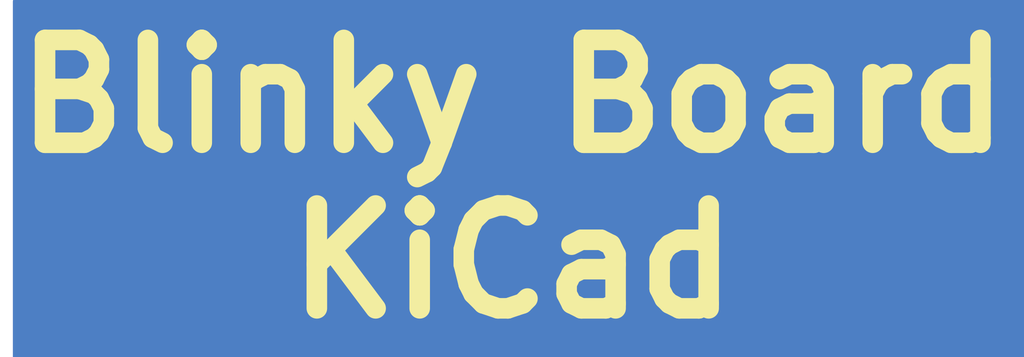
<source format=kicad_pcb>
(kicad_pcb (version 20171130) (host pcbnew "(5.0.1)-3")

  (general
    (thickness 1.6)
    (drawings 8)
    (tracks 36)
    (zones 0)
    (modules 7)
    (nets 11)
  )

  (page A4)
  (title_block
    (date 2019-09-11)
    (rev v1.0)
    (comment 3 http://docs.kicad-pcb.org/5.1.4/en/getting_started_in_kicad/getting_started_in_kicad.html)
    (comment 4 "KiCad Tutorial")
  )

  (layers
    (0 F.Cu signal hide)
    (31 B.Cu signal hide)
    (32 B.Adhes user hide)
    (33 F.Adhes user hide)
    (34 B.Paste user hide)
    (35 F.Paste user hide)
    (36 B.SilkS user hide)
    (37 F.SilkS user)
    (38 B.Mask user hide)
    (39 F.Mask user hide)
    (40 Dwgs.User user hide)
    (41 Cmts.User user hide)
    (42 Eco1.User user hide)
    (43 Eco2.User user hide)
    (44 Edge.Cuts user hide)
    (45 Margin user hide)
    (46 B.CrtYd user hide)
    (47 F.CrtYd user hide)
    (48 B.Fab user hide)
    (49 F.Fab user hide)
  )

  (setup
    (last_trace_width 0.25)
    (trace_clearance 0.25)
    (zone_clearance 0.508)
    (zone_45_only no)
    (trace_min 0.25)
    (segment_width 0.2)
    (edge_width 0.15)
    (via_size 0.8)
    (via_drill 0.4)
    (via_min_size 0.4)
    (via_min_drill 0.3)
    (uvia_size 0.3)
    (uvia_drill 0.1)
    (uvias_allowed no)
    (uvia_min_size 0.2)
    (uvia_min_drill 0.1)
    (pcb_text_width 0.3)
    (pcb_text_size 1.5 1.5)
    (mod_edge_width 0.15)
    (mod_text_size 1 1)
    (mod_text_width 0.15)
    (pad_size 7 7)
    (pad_drill 3.5)
    (pad_to_mask_clearance 0.051)
    (solder_mask_min_width 0.25)
    (aux_axis_origin 0 0)
    (visible_elements 7FFFFFFF)
    (pcbplotparams
      (layerselection 0x010f0_ffffffff)
      (usegerberextensions true)
      (usegerberattributes false)
      (usegerberadvancedattributes false)
      (creategerberjobfile false)
      (excludeedgelayer true)
      (linewidth 0.100000)
      (plotframeref false)
      (viasonmask false)
      (mode 1)
      (useauxorigin false)
      (hpglpennumber 1)
      (hpglpenspeed 20)
      (hpglpendiameter 15.000000)
      (psnegative false)
      (psa4output false)
      (plotreference true)
      (plotvalue false)
      (plotinvisibletext false)
      (padsonsilk false)
      (subtractmaskfromsilk false)
      (outputformat 1)
      (mirror false)
      (drillshape 0)
      (scaleselection 1)
      (outputdirectory "gerbers/"))
  )

  (net 0 "")
  (net 1 /uCtoLED)
  (net 2 /LEDtoR)
  (net 3 VCC)
  (net 4 GND)
  (net 5 "Net-(J1-Pad2)")
  (net 6 /INPUT)
  (net 7 "Net-(U1-Pad5)")
  (net 8 "Net-(U1-Pad2)")
  (net 9 "Net-(U1-Pad3)")
  (net 10 "Net-(U1-Pad4)")

  (net_class Default "This is the default net class."
    (clearance 0.25)
    (trace_width 0.25)
    (via_dia 0.8)
    (via_drill 0.4)
    (uvia_dia 0.3)
    (uvia_drill 0.1)
    (diff_pair_gap 0.25)
    (diff_pair_width 0.25)
    (add_net /INPUT)
    (add_net /LEDtoR)
    (add_net /uCtoLED)
    (add_net GND)
    (add_net "Net-(J1-Pad2)")
    (add_net "Net-(U1-Pad2)")
    (add_net "Net-(U1-Pad3)")
    (add_net "Net-(U1-Pad4)")
    (add_net "Net-(U1-Pad5)")
    (add_net VCC)
  )

  (module LED_THT:LED_D5.0mm (layer F.Cu) (tedit 5995936A) (tstamp 5D78C1B4)
    (at 147.32 81.28)
    (descr "LED, diameter 5.0mm, 2 pins, http://cdn-reichelt.de/documents/datenblatt/A500/LL-504BC2E-009.pdf")
    (tags "LED diameter 5.0mm 2 pins")
    (path /5D761962)
    (fp_text reference D1 (at 5.842 0) (layer F.SilkS)
      (effects (font (size 1 1) (thickness 0.15)))
    )
    (fp_text value LED (at 1.27 3.96) (layer F.Fab)
      (effects (font (size 1 1) (thickness 0.15)))
    )
    (fp_arc (start 1.27 0) (end -1.23 -1.469694) (angle 299.1) (layer F.Fab) (width 0.1))
    (fp_arc (start 1.27 0) (end -1.29 -1.54483) (angle 148.9) (layer F.SilkS) (width 0.12))
    (fp_arc (start 1.27 0) (end -1.29 1.54483) (angle -148.9) (layer F.SilkS) (width 0.12))
    (fp_circle (center 1.27 0) (end 3.77 0) (layer F.Fab) (width 0.1))
    (fp_circle (center 1.27 0) (end 3.77 0) (layer F.SilkS) (width 0.12))
    (fp_line (start -1.23 -1.469694) (end -1.23 1.469694) (layer F.Fab) (width 0.1))
    (fp_line (start -1.29 -1.545) (end -1.29 1.545) (layer F.SilkS) (width 0.12))
    (fp_line (start -1.95 -3.25) (end -1.95 3.25) (layer F.CrtYd) (width 0.05))
    (fp_line (start -1.95 3.25) (end 4.5 3.25) (layer F.CrtYd) (width 0.05))
    (fp_line (start 4.5 3.25) (end 4.5 -3.25) (layer F.CrtYd) (width 0.05))
    (fp_line (start 4.5 -3.25) (end -1.95 -3.25) (layer F.CrtYd) (width 0.05))
    (fp_text user %R (at 1.25 0) (layer F.Fab)
      (effects (font (size 0.8 0.8) (thickness 0.2)))
    )
    (pad 1 thru_hole rect (at 0 0) (size 1.8 1.8) (drill 0.9) (layers *.Cu *.Mask)
      (net 1 /uCtoLED))
    (pad 2 thru_hole circle (at 2.54 0) (size 1.8 1.8) (drill 0.9) (layers *.Cu *.Mask)
      (net 2 /LEDtoR))
    (model ${KISYS3DMOD}/LED_THT.3dshapes/LED_D5.0mm.wrl
      (at (xyz 0 0 0))
      (scale (xyz 1 1 1))
      (rotate (xyz 0 0 0))
    )
  )

  (module Connector:Banana_Jack_3Pin (layer F.Cu) (tedit 5A1AB217) (tstamp 5D78C903)
    (at 128.52 102.87)
    (descr "Triple banana socket, footprint - 3 x 6mm drills")
    (tags "banana socket")
    (path /5D761E83)
    (fp_text reference J1 (at -6.6 0.254) (layer F.SilkS)
      (effects (font (size 1 1) (thickness 0.15)))
    )
    (fp_text value MYCONN3 (at 0.258 6.604) (layer F.Fab)
      (effects (font (size 1 1) (thickness 0.15)))
    )
    (fp_text user %R (at 14.99 0) (layer F.Fab)
      (effects (font (size 0.8 0.8) (thickness 0.12)))
    )
    (fp_line (start 30 5.5) (end 0 5.5) (layer F.CrtYd) (width 0.05))
    (fp_line (start 0 -5.5) (end 30 -5.5) (layer F.CrtYd) (width 0.05))
    (fp_line (start 0 5.25) (end 30 5.25) (layer F.SilkS) (width 0.12))
    (fp_line (start 30 -5.25) (end 0 -5.25) (layer F.SilkS) (width 0.12))
    (fp_circle (center 30 0) (end 30 -2) (layer F.Fab) (width 0.1))
    (fp_circle (center 30 0) (end 30 -4.75) (layer F.Fab) (width 0.1))
    (fp_circle (center 15 0) (end 19.75 0) (layer F.Fab) (width 0.1))
    (fp_circle (center 15 0) (end 17 0) (layer F.Fab) (width 0.1))
    (fp_circle (center 0 0) (end 4.75 0) (layer F.Fab) (width 0.1))
    (fp_circle (center 0 0) (end 2 0) (layer F.Fab) (width 0.1))
    (fp_arc (start 0 0) (end 0 5.5) (angle 180) (layer F.CrtYd) (width 0.05))
    (fp_arc (start 30 0) (end 30 -5.5) (angle 180) (layer F.CrtYd) (width 0.05))
    (fp_arc (start 30 0) (end 30 -5.25) (angle 180) (layer F.SilkS) (width 0.12))
    (fp_arc (start 0 0) (end 0 5.25) (angle 180) (layer F.SilkS) (width 0.12))
    (pad 1 thru_hole circle (at 0 0) (size 10.16 10.16) (drill 6.1) (layers *.Cu *.Mask)
      (net 3 VCC))
    (pad 3 thru_hole circle (at 29.97 0) (size 10.16 10.16) (drill 6.1) (layers *.Cu *.Mask)
      (net 4 GND))
    (pad 2 thru_hole circle (at 14.99 0) (size 10.16 10.16) (drill 6.1) (layers *.Cu *.Mask)
      (net 5 "Net-(J1-Pad2)"))
    (model ${KISYS3DMOD}/Connector.3dshapes/Banana_Jack_3Pin.wrl
      (offset (xyz 14.9999997746626 0 0))
      (scale (xyz 2 2 2))
      (rotate (xyz 0 0 0))
    )
  )

  (module Resistor_THT:R_Axial_DIN0204_L3.6mm_D1.6mm_P7.62mm_Horizontal (layer F.Cu) (tedit 5AE5139B) (tstamp 5D78D2D5)
    (at 151.638 87.122 270)
    (descr "Resistor, Axial_DIN0204 series, Axial, Horizontal, pin pitch=7.62mm, 0.167W, length*diameter=3.6*1.6mm^2, http://cdn-reichelt.de/documents/datenblatt/B400/1_4W%23YAG.pdf")
    (tags "Resistor Axial_DIN0204 series Axial Horizontal pin pitch 7.62mm 0.167W length 3.6mm diameter 1.6mm")
    (path /5D762095)
    (fp_text reference R1 (at 9.398 -0.254 270) (layer F.SilkS)
      (effects (font (size 1 1) (thickness 0.15)))
    )
    (fp_text value "1 k" (at 3.81 0 270) (layer F.Fab)
      (effects (font (size 1 1) (thickness 0.15)))
    )
    (fp_line (start 2.01 -0.8) (end 2.01 0.8) (layer F.Fab) (width 0.1))
    (fp_line (start 2.01 0.8) (end 5.61 0.8) (layer F.Fab) (width 0.1))
    (fp_line (start 5.61 0.8) (end 5.61 -0.8) (layer F.Fab) (width 0.1))
    (fp_line (start 5.61 -0.8) (end 2.01 -0.8) (layer F.Fab) (width 0.1))
    (fp_line (start 0 0) (end 2.01 0) (layer F.Fab) (width 0.1))
    (fp_line (start 7.62 0) (end 5.61 0) (layer F.Fab) (width 0.1))
    (fp_line (start 1.89 -0.92) (end 1.89 0.92) (layer F.SilkS) (width 0.12))
    (fp_line (start 1.89 0.92) (end 5.73 0.92) (layer F.SilkS) (width 0.12))
    (fp_line (start 5.73 0.92) (end 5.73 -0.92) (layer F.SilkS) (width 0.12))
    (fp_line (start 5.73 -0.92) (end 1.89 -0.92) (layer F.SilkS) (width 0.12))
    (fp_line (start 0.94 0) (end 1.89 0) (layer F.SilkS) (width 0.12))
    (fp_line (start 6.68 0) (end 5.73 0) (layer F.SilkS) (width 0.12))
    (fp_line (start -0.95 -1.05) (end -0.95 1.05) (layer F.CrtYd) (width 0.05))
    (fp_line (start -0.95 1.05) (end 8.57 1.05) (layer F.CrtYd) (width 0.05))
    (fp_line (start 8.57 1.05) (end 8.57 -1.05) (layer F.CrtYd) (width 0.05))
    (fp_line (start 8.57 -1.05) (end -0.95 -1.05) (layer F.CrtYd) (width 0.05))
    (fp_text user %R (at 3.81 1.524 270) (layer F.Fab)
      (effects (font (size 0.72 0.72) (thickness 0.108)))
    )
    (pad 1 thru_hole circle (at 0 0 270) (size 1.4 1.4) (drill 0.7) (layers *.Cu *.Mask)
      (net 2 /LEDtoR))
    (pad 2 thru_hole oval (at 7.62 0 270) (size 1.4 1.4) (drill 0.7) (layers *.Cu *.Mask)
      (net 3 VCC))
    (model ${KISYS3DMOD}/Resistor_THT.3dshapes/R_Axial_DIN0204_L3.6mm_D1.6mm_P7.62mm_Horizontal.wrl
      (at (xyz 0 0 0))
      (scale (xyz 1 1 1))
      (rotate (xyz 0 0 0))
    )
  )

  (module Resistor_THT:R_Axial_DIN0204_L3.6mm_D1.6mm_P7.62mm_Horizontal (layer F.Cu) (tedit 5D78CECB) (tstamp 5D78D122)
    (at 148.082 94.742 90)
    (descr "Resistor, Axial_DIN0204 series, Axial, Horizontal, pin pitch=7.62mm, 0.167W, length*diameter=3.6*1.6mm^2, http://cdn-reichelt.de/documents/datenblatt/B400/1_4W%23YAG.pdf")
    (tags "Resistor Axial_DIN0204 series Axial Horizontal pin pitch 7.62mm 0.167W length 3.6mm diameter 1.6mm")
    (path /5D7624C6)
    (fp_text reference R2 (at -1.778 -1.27 90) (layer F.SilkS)
      (effects (font (size 1 1) (thickness 0.15)))
    )
    (fp_text value 100R (at 3.81 0 90) (layer F.Fab)
      (effects (font (size 1 1) (thickness 0.15)))
    )
    (fp_text user %R (at 3.556 -1.524 90) (layer F.Fab)
      (effects (font (size 0.72 0.72) (thickness 0.108)))
    )
    (fp_line (start 8.57 -1.05) (end -0.95 -1.05) (layer F.CrtYd) (width 0.05))
    (fp_line (start 8.57 1.05) (end 8.57 -1.05) (layer F.CrtYd) (width 0.05))
    (fp_line (start -0.95 1.05) (end 8.57 1.05) (layer F.CrtYd) (width 0.05))
    (fp_line (start -0.95 -1.05) (end -0.95 1.05) (layer F.CrtYd) (width 0.05))
    (fp_line (start 6.68 0) (end 5.73 0) (layer F.SilkS) (width 0.12))
    (fp_line (start 0.94 0) (end 1.89 0) (layer F.SilkS) (width 0.12))
    (fp_line (start 5.73 -0.92) (end 1.89 -0.92) (layer F.SilkS) (width 0.12))
    (fp_line (start 5.73 0.92) (end 5.73 -0.92) (layer F.SilkS) (width 0.12))
    (fp_line (start 1.89 0.92) (end 5.73 0.92) (layer F.SilkS) (width 0.12))
    (fp_line (start 1.89 -0.92) (end 1.89 0.92) (layer F.SilkS) (width 0.12))
    (fp_line (start 7.62 0) (end 5.61 0) (layer F.Fab) (width 0.1))
    (fp_line (start 0 0) (end 2.01 0) (layer F.Fab) (width 0.1))
    (fp_line (start 5.61 -0.8) (end 2.01 -0.8) (layer F.Fab) (width 0.1))
    (fp_line (start 5.61 0.8) (end 5.61 -0.8) (layer F.Fab) (width 0.1))
    (fp_line (start 2.01 0.8) (end 5.61 0.8) (layer F.Fab) (width 0.1))
    (fp_line (start 2.01 -0.8) (end 2.01 0.8) (layer F.Fab) (width 0.1))
    (pad 2 thru_hole oval (at 7.62 0 90) (size 1.4 1.4) (drill 0.7) (layers *.Cu *.Mask)
      (net 6 /INPUT))
    (pad 1 thru_hole circle (at 0 0 90) (size 1.4 1.4) (drill 0.7) (layers *.Cu *.Mask)
      (net 5 "Net-(J1-Pad2)"))
    (model ${KISYS3DMOD}/Resistor_THT.3dshapes/R_Axial_DIN0204_L3.6mm_D1.6mm_P7.62mm_Horizontal.wrl
      (at (xyz 0 0 0))
      (scale (xyz 1 1 1))
      (rotate (xyz 0 0 0))
    )
  )

  (module Package_DIP:DIP-8_W7.62mm (layer F.Cu) (tedit 5D78CEE4) (tstamp 5D78C9C4)
    (at 135.636 85.598)
    (descr "8-lead though-hole mounted DIP package, row spacing 7.62 mm (300 mils)")
    (tags "THT DIP DIL PDIP 2.54mm 7.62mm 300mil")
    (path /5D761873)
    (fp_text reference U1 (at 5.842 -2.33) (layer F.SilkS)
      (effects (font (size 1 1) (thickness 0.15)))
    )
    (fp_text value PIC12C508A-ISN (at -2.032 3.556 90) (layer F.Fab)
      (effects (font (size 1 1) (thickness 0.15)))
    )
    (fp_arc (start 3.81 -1.33) (end 2.81 -1.33) (angle -180) (layer F.SilkS) (width 0.12))
    (fp_line (start 1.635 -1.27) (end 6.985 -1.27) (layer F.Fab) (width 0.1))
    (fp_line (start 6.985 -1.27) (end 6.985 8.89) (layer F.Fab) (width 0.1))
    (fp_line (start 6.985 8.89) (end 0.635 8.89) (layer F.Fab) (width 0.1))
    (fp_line (start 0.635 8.89) (end 0.635 -0.27) (layer F.Fab) (width 0.1))
    (fp_line (start 0.635 -0.27) (end 1.635 -1.27) (layer F.Fab) (width 0.1))
    (fp_line (start 2.81 -1.33) (end 1.16 -1.33) (layer F.SilkS) (width 0.12))
    (fp_line (start 1.16 -1.33) (end 1.16 8.95) (layer F.SilkS) (width 0.12))
    (fp_line (start 1.16 8.95) (end 6.46 8.95) (layer F.SilkS) (width 0.12))
    (fp_line (start 6.46 8.95) (end 6.46 -1.33) (layer F.SilkS) (width 0.12))
    (fp_line (start 6.46 -1.33) (end 4.81 -1.33) (layer F.SilkS) (width 0.12))
    (fp_line (start -1.1 -1.55) (end -1.1 9.15) (layer F.CrtYd) (width 0.05))
    (fp_line (start -1.1 9.15) (end 8.7 9.15) (layer F.CrtYd) (width 0.05))
    (fp_line (start 8.7 9.15) (end 8.7 -1.55) (layer F.CrtYd) (width 0.05))
    (fp_line (start 8.7 -1.55) (end -1.1 -1.55) (layer F.CrtYd) (width 0.05))
    (fp_text user %R (at 5.08 3.81 90) (layer F.Fab)
      (effects (font (size 1 1) (thickness 0.15)))
    )
    (pad 1 thru_hole rect (at 0 0) (size 1.6 1.6) (drill 0.8) (layers *.Cu *.Mask)
      (net 3 VCC))
    (pad 5 thru_hole oval (at 7.62 7.62) (size 1.6 1.6) (drill 0.8) (layers *.Cu *.Mask)
      (net 7 "Net-(U1-Pad5)"))
    (pad 2 thru_hole oval (at 0 2.54) (size 1.6 1.6) (drill 0.8) (layers *.Cu *.Mask)
      (net 8 "Net-(U1-Pad2)"))
    (pad 6 thru_hole oval (at 7.62 5.08) (size 1.6 1.6) (drill 0.8) (layers *.Cu *.Mask)
      (net 6 /INPUT))
    (pad 3 thru_hole oval (at 0 5.08) (size 1.6 1.6) (drill 0.8) (layers *.Cu *.Mask)
      (net 9 "Net-(U1-Pad3)"))
    (pad 7 thru_hole oval (at 7.62 2.54) (size 1.6 1.6) (drill 0.8) (layers *.Cu *.Mask)
      (net 1 /uCtoLED))
    (pad 4 thru_hole oval (at 0 7.62) (size 1.6 1.6) (drill 0.8) (layers *.Cu *.Mask)
      (net 10 "Net-(U1-Pad4)"))
    (pad 8 thru_hole oval (at 7.62 0) (size 1.6 1.6) (drill 0.8) (layers *.Cu *.Mask)
      (net 4 GND))
    (model ${KISYS3DMOD}/Package_DIP.3dshapes/DIP-8_W7.62mm.wrl
      (at (xyz 0 0 0))
      (scale (xyz 1 1 1))
      (rotate (xyz 0 0 0))
    )
  )

  (module MountingHole:MountingHole_3.5mm_Pad (layer F.Cu) (tedit 5D78E2E2) (tstamp 5D8563CA)
    (at 125.984 91.186)
    (descr "Mounting Hole 3.5mm")
    (tags "mounting hole 3.5mm")
    (attr virtual)
    (fp_text reference "" (at 0 -4.5) (layer F.SilkS)
      (effects (font (size 1 1) (thickness 0.15)))
    )
    (fp_text value MountingHole_3.5mm_Pad (at 0 4.5) (layer F.Fab)
      (effects (font (size 1 1) (thickness 0.15)))
    )
    (fp_circle (center 0 0) (end 3.75 0) (layer F.CrtYd) (width 0.05))
    (fp_circle (center 0 0) (end 3.5 0) (layer Cmts.User) (width 0.15))
    (fp_text user %R (at 0.3 0) (layer F.Fab)
      (effects (font (size 1 1) (thickness 0.15)))
    )
    (pad 1 thru_hole circle (at 0 0) (size 7 7) (drill 3.5) (layers *.Cu *.Mask))
  )

  (module MountingHole:MountingHole_3.5mm_Pad (layer F.Cu) (tedit 5D78E2ED) (tstamp 5D8563F8)
    (at 161.036 90.932)
    (descr "Mounting Hole 3.5mm")
    (tags "mounting hole 3.5mm")
    (attr virtual)
    (fp_text reference "" (at 0 -4.5) (layer F.SilkS)
      (effects (font (size 1 1) (thickness 0.15)))
    )
    (fp_text value MountingHole_3.5mm_Pad (at 0 4.5) (layer F.Fab)
      (effects (font (size 1 1) (thickness 0.15)))
    )
    (fp_circle (center 0 0) (end 3.75 0) (layer F.CrtYd) (width 0.05))
    (fp_circle (center 0 0) (end 3.5 0) (layer Cmts.User) (width 0.15))
    (fp_text user %R (at 0.3 0) (layer F.Fab)
      (effects (font (size 1 1) (thickness 0.15)))
    )
    (pad 2 thru_hole circle (at 0 0) (size 7 7) (drill 3.5) (layers *.Cu *.Mask Dwgs.User))
  )

  (gr_text "Blinky Board\nKiCad" (at 128.524 80.772) (layer F.SilkS)
    (effects (font (size 1.5 1.5) (thickness 0.3)))
  )
  (gr_text "v1.0\n" (at 162.56 79.502) (layer B.Cu)
    (effects (font (size 1.5 1.5) (thickness 0.3)) (justify mirror))
  )
  (gr_line (start 166.37 110.49) (end 166.37 109.22) (layer Edge.Cuts) (width 0.15))
  (gr_line (start 120.65 110.49) (end 166.37 110.49) (layer Edge.Cuts) (width 0.15))
  (gr_line (start 120.65 109.22) (end 120.65 110.49) (layer Edge.Cuts) (width 0.15))
  (gr_line (start 120.65 77.47) (end 120.65 109.22) (layer Edge.Cuts) (width 0.15))
  (gr_line (start 166.37 77.47) (end 120.65 77.47) (layer Edge.Cuts) (width 0.15))
  (gr_line (start 166.37 109.22) (end 166.37 77.47) (layer Edge.Cuts) (width 0.15))

  (segment (start 144.055999 87.338001) (end 145.071999 87.338001) (width 0.25) (layer F.Cu) (net 1))
  (segment (start 143.256 88.138) (end 144.055999 87.338001) (width 0.25) (layer F.Cu) (net 1))
  (segment (start 147.32 85.09) (end 147.32 81.28) (width 0.25) (layer F.Cu) (net 1))
  (segment (start 145.071999 87.338001) (end 147.32 85.09) (width 0.25) (layer F.Cu) (net 1))
  (segment (start 151.638 83.058) (end 151.638 87.122) (width 0.25) (layer F.Cu) (net 2))
  (segment (start 149.86 81.28) (end 151.638 83.058) (width 0.25) (layer F.Cu) (net 2))
  (segment (start 134.586 85.598) (end 135.636 85.598) (width 0.25) (layer F.Cu) (net 3))
  (segment (start 128.52 95.685796) (end 128.955796 95.25) (width 0.25) (layer F.Cu) (net 3))
  (segment (start 128.955796 95.25) (end 130.81 95.25) (width 0.25) (layer F.Cu) (net 3))
  (segment (start 133.35 86.834) (end 134.586 85.598) (width 0.25) (layer F.Cu) (net 3))
  (segment (start 128.52 102.87) (end 128.52 95.685796) (width 0.25) (layer F.Cu) (net 3))
  (segment (start 130.81 95.25) (end 133.35 92.71) (width 0.25) (layer F.Cu) (net 3))
  (segment (start 133.35 92.71) (end 133.35 86.834) (width 0.25) (layer F.Cu) (net 3))
  (segment (start 135.704204 102.87) (end 128.52 102.87) (width 0.25) (layer F.Cu) (net 3))
  (segment (start 151.638 94.742) (end 151.638 106.172) (width 0.25) (layer F.Cu) (net 3))
  (segment (start 149.04001 108.76999) (end 137.97999 108.76999) (width 0.25) (layer F.Cu) (net 3))
  (segment (start 135.89 103.055796) (end 135.704204 102.87) (width 0.25) (layer F.Cu) (net 3))
  (segment (start 137.97999 108.76999) (end 135.89 106.68) (width 0.25) (layer F.Cu) (net 3))
  (segment (start 151.638 106.172) (end 149.04001 108.76999) (width 0.25) (layer F.Cu) (net 3))
  (segment (start 135.89 106.68) (end 135.89 103.055796) (width 0.25) (layer F.Cu) (net 3))
  (segment (start 158.49 95.685796) (end 152.466204 89.662) (width 0.25) (layer B.Cu) (net 4))
  (segment (start 158.49 102.87) (end 158.49 95.685796) (width 0.25) (layer B.Cu) (net 4))
  (via (at 151.638 89.662) (size 0.8) (drill 0.4) (layers F.Cu B.Cu) (net 4))
  (segment (start 152.466204 89.662) (end 151.638 89.662) (width 0.25) (layer B.Cu) (net 4))
  (segment (start 151.638 89.662) (end 148.336 89.662) (width 0.25) (layer F.Cu) (net 4))
  (via (at 148.336 89.662) (size 0.8) (drill 0.4) (layers F.Cu B.Cu) (net 4))
  (segment (start 147.32 89.662) (end 145.796 88.138) (width 0.25) (layer B.Cu) (net 4))
  (segment (start 148.336 89.662) (end 147.32 89.662) (width 0.25) (layer B.Cu) (net 4))
  (segment (start 145.796 88.138) (end 145.796 86.614) (width 0.25) (layer B.Cu) (net 4))
  (segment (start 144.78 85.598) (end 143.256 85.598) (width 0.25) (layer B.Cu) (net 4))
  (segment (start 145.796 86.614) (end 144.78 85.598) (width 0.25) (layer B.Cu) (net 4))
  (segment (start 143.51 102.87) (end 143.51 99.06) (width 0.25) (layer F.Cu) (net 5))
  (segment (start 148.082 98.298) (end 148.082 94.742) (width 0.25) (layer F.Cu) (net 5))
  (segment (start 143.51 102.87) (end 148.082 98.298) (width 0.25) (layer F.Cu) (net 5))
  (segment (start 146.812 87.122) (end 148.082 87.122) (width 0.25) (layer F.Cu) (net 6))
  (segment (start 143.256 90.678) (end 146.812 87.122) (width 0.25) (layer F.Cu) (net 6))

  (zone (net 4) (net_name GND) (layer B.Cu) (tstamp 5D79D04A) (hatch edge 0.508)
    (connect_pads (clearance 0.508))
    (min_thickness 0.254)
    (fill yes (arc_segments 16) (thermal_gap 0.508) (thermal_bridge_width 0.508))
    (polygon
      (pts
        (xy 165.354 78.486) (xy 165.354 109.728) (xy 121.158 109.728) (xy 121.158 77.978) (xy 165.354 77.978)
      )
    )
    (filled_polygon
      (pts
        (xy 159.417857 81.532) (xy 165.227 81.532) (xy 165.227 109.601) (xy 121.36 109.601) (xy 121.36 101.733216)
        (xy 122.805 101.733216) (xy 122.805 104.006784) (xy 123.675057 106.107287) (xy 125.282713 107.714943) (xy 127.383216 108.585)
        (xy 129.656784 108.585) (xy 131.757287 107.714943) (xy 133.364943 106.107287) (xy 134.235 104.006784) (xy 134.235 101.733216)
        (xy 137.795 101.733216) (xy 137.795 104.006784) (xy 138.665057 106.107287) (xy 140.272713 107.714943) (xy 142.373216 108.585)
        (xy 144.646784 108.585) (xy 146.747287 107.714943) (xy 147.495402 106.966828) (xy 154.572777 106.966828) (xy 155.168556 107.657641)
        (xy 157.253537 108.564265) (xy 159.526758 108.603989) (xy 161.642142 107.770765) (xy 161.811444 107.657641) (xy 162.407223 106.966828)
        (xy 158.49 103.049605) (xy 154.572777 106.966828) (xy 147.495402 106.966828) (xy 148.354943 106.107287) (xy 149.225 104.006784)
        (xy 149.225 103.906758) (xy 152.756011 103.906758) (xy 153.589235 106.022142) (xy 153.702359 106.191444) (xy 154.393172 106.787223)
        (xy 158.310395 102.87) (xy 158.669605 102.87) (xy 162.586828 106.787223) (xy 163.277641 106.191444) (xy 164.184265 104.106463)
        (xy 164.223989 101.833242) (xy 163.390765 99.717858) (xy 163.277641 99.548556) (xy 162.586828 98.952777) (xy 158.669605 102.87)
        (xy 158.310395 102.87) (xy 154.393172 98.952777) (xy 153.702359 99.548556) (xy 152.795735 101.633537) (xy 152.756011 103.906758)
        (xy 149.225 103.906758) (xy 149.225 101.733216) (xy 148.354943 99.632713) (xy 147.495402 98.773172) (xy 154.572777 98.773172)
        (xy 158.49 102.690395) (xy 162.407223 98.773172) (xy 161.811444 98.082359) (xy 159.726463 97.175735) (xy 157.453242 97.136011)
        (xy 155.337858 97.969235) (xy 155.168556 98.082359) (xy 154.572777 98.773172) (xy 147.495402 98.773172) (xy 146.747287 98.025057)
        (xy 144.646784 97.155) (xy 142.373216 97.155) (xy 140.272713 98.025057) (xy 138.665057 99.632713) (xy 137.795 101.733216)
        (xy 134.235 101.733216) (xy 133.364943 99.632713) (xy 131.757287 98.025057) (xy 129.656784 97.155) (xy 127.383216 97.155)
        (xy 125.282713 98.025057) (xy 123.675057 99.632713) (xy 122.805 101.733216) (xy 121.36 101.733216) (xy 121.36 90.363497)
        (xy 121.849 90.363497) (xy 121.849 92.008503) (xy 122.478517 93.528289) (xy 123.641711 94.691483) (xy 125.161497 95.321)
        (xy 126.806503 95.321) (xy 128.326289 94.691483) (xy 129.489483 93.528289) (xy 130.119 92.008503) (xy 130.119 90.363497)
        (xy 129.489483 88.843711) (xy 128.783772 88.138) (xy 134.172887 88.138) (xy 134.28426 88.697909) (xy 134.601423 89.172577)
        (xy 134.953758 89.408) (xy 134.601423 89.643423) (xy 134.28426 90.118091) (xy 134.172887 90.678) (xy 134.28426 91.237909)
        (xy 134.601423 91.712577) (xy 134.953758 91.948) (xy 134.601423 92.183423) (xy 134.28426 92.658091) (xy 134.172887 93.218)
        (xy 134.28426 93.777909) (xy 134.601423 94.252577) (xy 135.076091 94.56974) (xy 135.494667 94.653) (xy 135.777333 94.653)
        (xy 136.195909 94.56974) (xy 136.670577 94.252577) (xy 136.98774 93.777909) (xy 137.099113 93.218) (xy 136.98774 92.658091)
        (xy 136.670577 92.183423) (xy 136.318242 91.948) (xy 136.670577 91.712577) (xy 136.98774 91.237909) (xy 137.099113 90.678)
        (xy 136.98774 90.118091) (xy 136.670577 89.643423) (xy 136.318242 89.408) (xy 136.670577 89.172577) (xy 136.98774 88.697909)
        (xy 137.099113 88.138) (xy 141.792887 88.138) (xy 141.90426 88.697909) (xy 142.221423 89.172577) (xy 142.573758 89.408)
        (xy 142.221423 89.643423) (xy 141.90426 90.118091) (xy 141.792887 90.678) (xy 141.90426 91.237909) (xy 142.221423 91.712577)
        (xy 142.573758 91.948) (xy 142.221423 92.183423) (xy 141.90426 92.658091) (xy 141.792887 93.218) (xy 141.90426 93.777909)
        (xy 142.221423 94.252577) (xy 142.696091 94.56974) (xy 143.114667 94.653) (xy 143.397333 94.653) (xy 143.815909 94.56974)
        (xy 143.955524 94.476452) (xy 146.747 94.476452) (xy 146.747 95.007548) (xy 146.950242 95.498217) (xy 147.325783 95.873758)
        (xy 147.816452 96.077) (xy 148.347548 96.077) (xy 148.838217 95.873758) (xy 149.213758 95.498217) (xy 149.417 95.007548)
        (xy 149.417 94.742) (xy 150.276846 94.742) (xy 150.380458 95.262891) (xy 150.675519 95.704481) (xy 151.117109 95.999542)
        (xy 151.506515 96.077) (xy 151.769485 96.077) (xy 152.158891 95.999542) (xy 152.600481 95.704481) (xy 152.895542 95.262891)
        (xy 152.999154 94.742) (xy 152.895542 94.221109) (xy 152.600481 93.779519) (xy 152.158891 93.484458) (xy 151.769485 93.407)
        (xy 151.506515 93.407) (xy 151.117109 93.484458) (xy 150.675519 93.779519) (xy 150.380458 94.221109) (xy 150.276846 94.742)
        (xy 149.417 94.742) (xy 149.417 94.476452) (xy 149.213758 93.985783) (xy 148.838217 93.610242) (xy 148.347548 93.407)
        (xy 147.816452 93.407) (xy 147.325783 93.610242) (xy 146.950242 93.985783) (xy 146.747 94.476452) (xy 143.955524 94.476452)
        (xy 144.290577 94.252577) (xy 144.60774 93.777909) (xy 144.719113 93.218) (xy 144.60774 92.658091) (xy 144.290577 92.183423)
        (xy 143.938242 91.948) (xy 144.290577 91.712577) (xy 144.60774 91.237909) (xy 144.719113 90.678) (xy 144.60774 90.118091)
        (xy 144.601998 90.109497) (xy 156.901 90.109497) (xy 156.901 91.754503) (xy 157.530517 93.274289) (xy 158.693711 94.437483)
        (xy 160.213497 95.067) (xy 161.858503 95.067) (xy 163.378289 94.437483) (xy 164.541483 93.274289) (xy 165.171 91.754503)
        (xy 165.171 90.109497) (xy 164.541483 88.589711) (xy 163.378289 87.426517) (xy 161.858503 86.797) (xy 160.213497 86.797)
        (xy 158.693711 87.426517) (xy 157.530517 88.589711) (xy 156.901 90.109497) (xy 144.601998 90.109497) (xy 144.290577 89.643423)
        (xy 143.938242 89.408) (xy 144.290577 89.172577) (xy 144.60774 88.697909) (xy 144.719113 88.138) (xy 144.60774 87.578091)
        (xy 144.30299 87.122) (xy 146.720846 87.122) (xy 146.824458 87.642891) (xy 147.119519 88.084481) (xy 147.561109 88.379542)
        (xy 147.950515 88.457) (xy 148.213485 88.457) (xy 148.602891 88.379542) (xy 149.044481 88.084481) (xy 149.339542 87.642891)
        (xy 149.443154 87.122) (xy 149.390334 86.856452) (xy 150.303 86.856452) (xy 150.303 87.387548) (xy 150.506242 87.878217)
        (xy 150.881783 88.253758) (xy 151.372452 88.457) (xy 151.903548 88.457) (xy 152.394217 88.253758) (xy 152.769758 87.878217)
        (xy 152.973 87.387548) (xy 152.973 86.856452) (xy 152.769758 86.365783) (xy 152.394217 85.990242) (xy 151.903548 85.787)
        (xy 151.372452 85.787) (xy 150.881783 85.990242) (xy 150.506242 86.365783) (xy 150.303 86.856452) (xy 149.390334 86.856452)
        (xy 149.339542 86.601109) (xy 149.044481 86.159519) (xy 148.602891 85.864458) (xy 148.213485 85.787) (xy 147.950515 85.787)
        (xy 147.561109 85.864458) (xy 147.119519 86.159519) (xy 146.824458 86.601109) (xy 146.720846 87.122) (xy 144.30299 87.122)
        (xy 144.290577 87.103423) (xy 143.906892 86.847053) (xy 144.111134 86.750389) (xy 144.487041 86.335423) (xy 144.647904 85.947039)
        (xy 144.525915 85.725) (xy 143.383 85.725) (xy 143.383 85.745) (xy 143.129 85.745) (xy 143.129 85.725)
        (xy 141.986085 85.725) (xy 141.864096 85.947039) (xy 142.024959 86.335423) (xy 142.400866 86.750389) (xy 142.605108 86.847053)
        (xy 142.221423 87.103423) (xy 141.90426 87.578091) (xy 141.792887 88.138) (xy 137.099113 88.138) (xy 136.98774 87.578091)
        (xy 136.670577 87.103423) (xy 136.549894 87.022785) (xy 136.683765 86.996157) (xy 136.893809 86.855809) (xy 137.034157 86.645765)
        (xy 137.08344 86.398) (xy 137.08344 85.248961) (xy 141.864096 85.248961) (xy 141.986085 85.471) (xy 143.129 85.471)
        (xy 143.129 84.327371) (xy 143.383 84.327371) (xy 143.383 85.471) (xy 144.525915 85.471) (xy 144.647904 85.248961)
        (xy 144.487041 84.860577) (xy 144.111134 84.445611) (xy 143.605041 84.206086) (xy 143.383 84.327371) (xy 143.129 84.327371)
        (xy 142.906959 84.206086) (xy 142.400866 84.445611) (xy 142.024959 84.860577) (xy 141.864096 85.248961) (xy 137.08344 85.248961)
        (xy 137.08344 84.798) (xy 137.034157 84.550235) (xy 136.893809 84.340191) (xy 136.683765 84.199843) (xy 136.436 84.15056)
        (xy 134.836 84.15056) (xy 134.588235 84.199843) (xy 134.378191 84.340191) (xy 134.237843 84.550235) (xy 134.18856 84.798)
        (xy 134.18856 86.398) (xy 134.237843 86.645765) (xy 134.378191 86.855809) (xy 134.588235 86.996157) (xy 134.722106 87.022785)
        (xy 134.601423 87.103423) (xy 134.28426 87.578091) (xy 134.172887 88.138) (xy 128.783772 88.138) (xy 128.326289 87.680517)
        (xy 126.806503 87.051) (xy 125.161497 87.051) (xy 123.641711 87.680517) (xy 122.478517 88.843711) (xy 121.849 90.363497)
        (xy 121.36 90.363497) (xy 121.36 80.38) (xy 145.77256 80.38) (xy 145.77256 82.18) (xy 145.821843 82.427765)
        (xy 145.962191 82.637809) (xy 146.172235 82.778157) (xy 146.42 82.82744) (xy 148.22 82.82744) (xy 148.467765 82.778157)
        (xy 148.677809 82.637809) (xy 148.818157 82.427765) (xy 148.821275 82.412092) (xy 148.990493 82.58131) (xy 149.55467 82.815)
        (xy 150.16533 82.815) (xy 150.729507 82.58131) (xy 151.16131 82.149507) (xy 151.395 81.58533) (xy 151.395 80.97467)
        (xy 151.16131 80.410493) (xy 150.729507 79.97869) (xy 150.16533 79.745) (xy 149.55467 79.745) (xy 148.990493 79.97869)
        (xy 148.821275 80.147908) (xy 148.818157 80.132235) (xy 148.677809 79.922191) (xy 148.467765 79.781843) (xy 148.22 79.73256)
        (xy 146.42 79.73256) (xy 146.172235 79.781843) (xy 145.962191 79.922191) (xy 145.821843 80.132235) (xy 145.77256 80.38)
        (xy 121.36 80.38) (xy 121.36 78.18) (xy 159.417857 78.18)
      )
    )
  )
)

</source>
